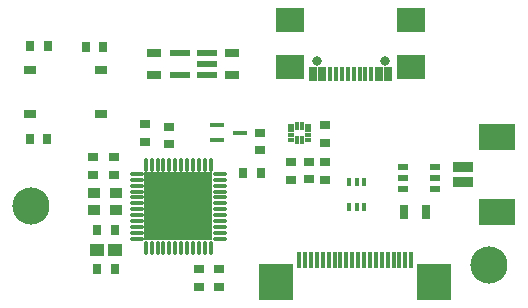
<source format=gts>
G04*
G04 #@! TF.GenerationSoftware,Altium Limited,Altium Designer,22.10.1 (41)*
G04*
G04 Layer_Color=8388736*
%FSLAX25Y25*%
%MOIN*%
G70*
G04*
G04 #@! TF.SameCoordinates,2E1FBE97-4298-407B-9A7D-6D2D44BAB0FB*
G04*
G04*
G04 #@! TF.FilePolarity,Negative*
G04*
G01*
G75*
%ADD17R,0.07107X0.02410*%
%ADD18R,0.03543X0.02559*%
%ADD19R,0.02165X0.01260*%
%ADD20R,0.01260X0.03150*%
%ADD21R,0.03750X0.02200*%
%ADD22R,0.03543X0.03150*%
%ADD23R,0.02756X0.05118*%
%ADD24R,0.01400X0.02900*%
%ADD25R,0.05118X0.02756*%
%ADD26R,0.03150X0.03543*%
%ADD27R,0.12402X0.08858*%
%ADD28R,0.06890X0.03740*%
%ADD29R,0.01772X0.05315*%
%ADD30R,0.11221X0.12402*%
%ADD31R,0.22638X0.22638*%
%ADD32O,0.01575X0.04528*%
%ADD33O,0.04528X0.01575*%
%ADD34R,0.04528X0.04410*%
%ADD35R,0.02559X0.03543*%
%ADD36R,0.03937X0.02756*%
%ADD37R,0.04134X0.03740*%
%ADD38R,0.09173X0.08465*%
%ADD39R,0.01772X0.05118*%
%ADD40R,0.02953X0.05118*%
%ADD41R,0.04600X0.01800*%
%ADD42C,0.12402*%
%ADD43C,0.03150*%
D17*
X61971Y80760D02*
D03*
Y88240D02*
D03*
X71030D02*
D03*
Y84500D02*
D03*
Y80760D02*
D03*
D18*
X105000Y46146D02*
D03*
Y51854D02*
D03*
X99000Y45921D02*
D03*
Y51629D02*
D03*
X58500Y63354D02*
D03*
Y57646D02*
D03*
X110500Y45921D02*
D03*
Y51629D02*
D03*
D19*
X99146Y59138D02*
D03*
Y60713D02*
D03*
Y62287D02*
D03*
Y63862D02*
D03*
X104854Y59138D02*
D03*
Y60713D02*
D03*
Y62287D02*
D03*
Y63862D02*
D03*
D20*
X101213Y59138D02*
D03*
X102787D02*
D03*
X101213Y63862D02*
D03*
X102787D02*
D03*
D21*
X147000Y42760D02*
D03*
Y46500D02*
D03*
Y50240D02*
D03*
X136550D02*
D03*
Y46500D02*
D03*
Y42760D02*
D03*
D22*
X110500Y63953D02*
D03*
Y58047D02*
D03*
X33000Y47547D02*
D03*
Y53453D02*
D03*
X88646Y61548D02*
D03*
Y55643D02*
D03*
X40000Y47547D02*
D03*
Y53453D02*
D03*
X50500Y58500D02*
D03*
Y64406D02*
D03*
X75000Y15953D02*
D03*
Y10047D02*
D03*
X68500D02*
D03*
Y15953D02*
D03*
D23*
X136760Y35000D02*
D03*
X144240D02*
D03*
D24*
X123559Y36900D02*
D03*
X121000D02*
D03*
X118441D02*
D03*
Y45100D02*
D03*
X121000D02*
D03*
X123559D02*
D03*
D25*
X53500Y80760D02*
D03*
Y88240D02*
D03*
X79500Y80760D02*
D03*
Y88240D02*
D03*
D26*
X40453Y29000D02*
D03*
X34547D02*
D03*
Y16000D02*
D03*
X40453D02*
D03*
X83047Y48000D02*
D03*
X88953D02*
D03*
X17953Y90500D02*
D03*
X12047D02*
D03*
D27*
X167709Y60000D02*
D03*
Y35000D02*
D03*
D28*
X156291Y49961D02*
D03*
Y45039D02*
D03*
D29*
X133295Y19079D02*
D03*
X131327D02*
D03*
X129358D02*
D03*
X127390D02*
D03*
X125421D02*
D03*
X123453D02*
D03*
X117547D02*
D03*
X115579D02*
D03*
X109673D02*
D03*
X107705D02*
D03*
X105736D02*
D03*
X103768D02*
D03*
X101799D02*
D03*
X111642D02*
D03*
X113610D02*
D03*
X119516D02*
D03*
X121484D02*
D03*
X135264D02*
D03*
X137232D02*
D03*
X139201D02*
D03*
D30*
X94201Y11756D02*
D03*
X146799D02*
D03*
D31*
X61500Y37000D02*
D03*
D32*
X50673Y50779D02*
D03*
X52642D02*
D03*
X54610D02*
D03*
X56579D02*
D03*
X58547D02*
D03*
X60516D02*
D03*
X62484D02*
D03*
X64453D02*
D03*
X66421D02*
D03*
X68390D02*
D03*
X70358D02*
D03*
X72327D02*
D03*
Y23221D02*
D03*
X70358D02*
D03*
X68390D02*
D03*
X66421D02*
D03*
X64453D02*
D03*
X62484D02*
D03*
X60516D02*
D03*
X58547D02*
D03*
X56579D02*
D03*
X54610D02*
D03*
X52642D02*
D03*
X50673D02*
D03*
D33*
X75279Y47827D02*
D03*
Y45858D02*
D03*
Y43890D02*
D03*
Y41921D02*
D03*
Y39953D02*
D03*
Y37984D02*
D03*
Y36016D02*
D03*
Y34047D02*
D03*
Y32079D02*
D03*
Y30110D02*
D03*
Y28142D02*
D03*
Y26173D02*
D03*
X47721D02*
D03*
Y28142D02*
D03*
Y30110D02*
D03*
Y32079D02*
D03*
Y34047D02*
D03*
Y36016D02*
D03*
Y37984D02*
D03*
Y39953D02*
D03*
Y41921D02*
D03*
Y43890D02*
D03*
Y45858D02*
D03*
Y47827D02*
D03*
D34*
X34606Y22500D02*
D03*
X40394D02*
D03*
D35*
X30646Y90000D02*
D03*
X36354D02*
D03*
X12146Y59500D02*
D03*
X17854D02*
D03*
D36*
X12189Y82284D02*
D03*
X35811D02*
D03*
X12189Y67716D02*
D03*
X35811D02*
D03*
D37*
X33358Y35646D02*
D03*
X40642D02*
D03*
Y41354D02*
D03*
X33358D02*
D03*
D38*
X98882Y99004D02*
D03*
X139118D02*
D03*
X98882Y83531D02*
D03*
X139118D02*
D03*
D39*
X118016Y81268D02*
D03*
X119984D02*
D03*
X116047D02*
D03*
X121953D02*
D03*
X114079D02*
D03*
X123921D02*
D03*
X112110D02*
D03*
X125890D02*
D03*
D40*
X106402D02*
D03*
X109551D02*
D03*
X128449D02*
D03*
X131598D02*
D03*
D41*
X74296Y64155D02*
D03*
Y59037D02*
D03*
X81996Y61596D02*
D03*
D42*
X12500Y37000D02*
D03*
X165000Y17500D02*
D03*
D43*
X107622Y85500D02*
D03*
X130378D02*
D03*
M02*

</source>
